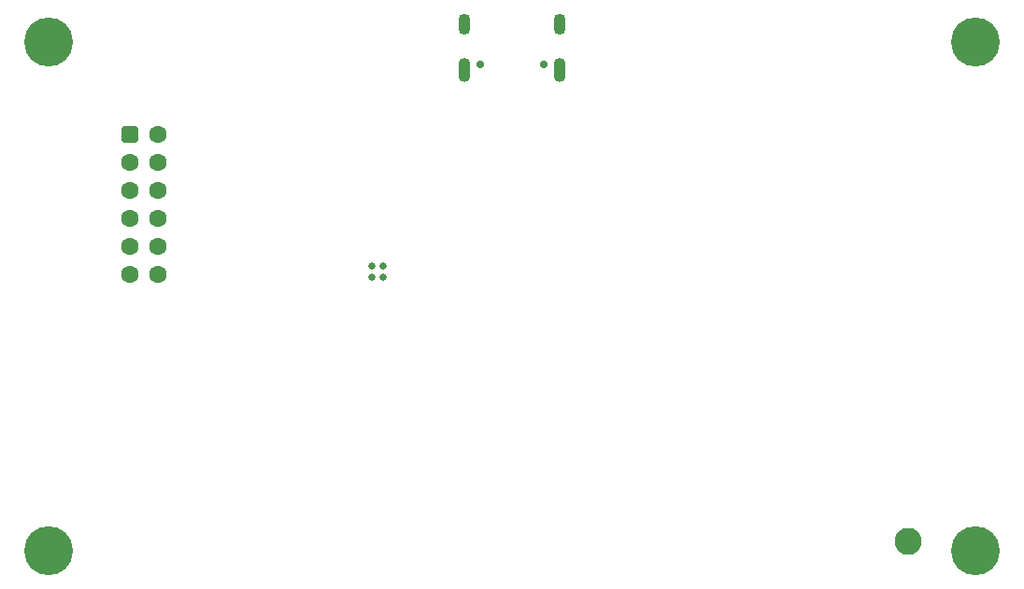
<source format=gbs>
G04*
G04 #@! TF.GenerationSoftware,Altium Limited,Altium Designer,23.9.2 (47)*
G04*
G04 Layer_Color=16711935*
%FSLAX44Y44*%
%MOMM*%
G71*
G04*
G04 #@! TF.SameCoordinates,62824387-D865-4AF8-97CC-6DA101F7C082*
G04*
G04*
G04 #@! TF.FilePolarity,Negative*
G04*
G01*
G75*
G04:AMPARAMS|DCode=53|XSize=1.6mm|YSize=1.6mm|CornerRadius=0.419mm|HoleSize=0mm|Usage=FLASHONLY|Rotation=270.000|XOffset=0mm|YOffset=0mm|HoleType=Round|Shape=RoundedRectangle|*
%AMROUNDEDRECTD53*
21,1,1.6000,0.7620,0,0,270.0*
21,1,0.7620,1.6000,0,0,270.0*
1,1,0.8380,-0.3810,-0.3810*
1,1,0.8380,-0.3810,0.3810*
1,1,0.8380,0.3810,0.3810*
1,1,0.8380,0.3810,-0.3810*
%
%ADD53ROUNDEDRECTD53*%
%ADD54C,1.6000*%
%ADD55C,0.7260*%
%ADD56O,1.1000X1.9000*%
%ADD57O,1.1000X2.2000*%
%ADD58C,2.4660*%
%ADD59C,0.6760*%
%ADD60C,4.4260*%
D53*
X-796383Y407670D02*
D03*
D54*
Y382270D02*
D03*
Y356870D02*
D03*
Y331470D02*
D03*
Y306070D02*
D03*
Y280670D02*
D03*
X-770983D02*
D03*
Y306070D02*
D03*
Y331470D02*
D03*
Y356870D02*
D03*
Y382270D02*
D03*
Y407670D02*
D03*
D55*
X-478900Y470773D02*
D03*
X-421100Y470763D02*
D03*
D56*
X-493199Y507572D02*
D03*
X-406799Y507572D02*
D03*
D57*
X-493201Y465773D02*
D03*
X-406800Y465774D02*
D03*
D58*
X-91600Y38364D02*
D03*
D59*
X-577330Y277732D02*
D03*
Y287892D02*
D03*
X-567170D02*
D03*
Y277732D02*
D03*
D60*
X-870000Y30000D02*
D03*
X-30000D02*
D03*
Y491044D02*
D03*
X-870000D02*
D03*
M02*

</source>
